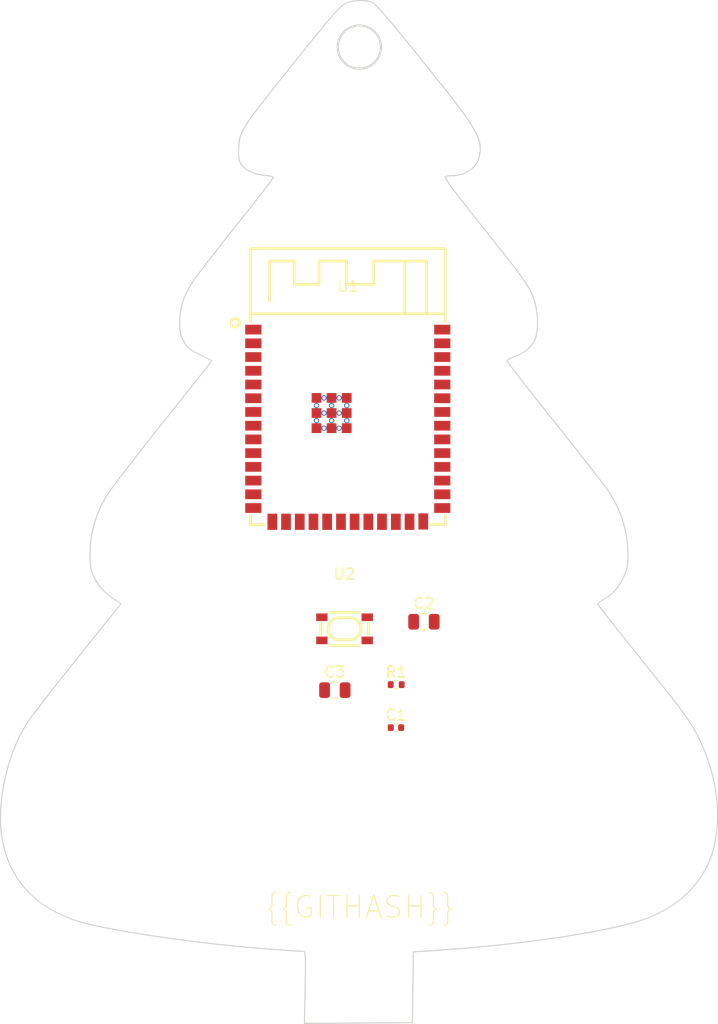
<source format=kicad_pcb>
(kicad_pcb (version 20221018) (generator pcbnew)
  (layers (0 "F.Cu" signal) (31 "B.Cu" signal) (34 "B.Paste" user) (35 "F.Paste" user) (36 "B.SilkS" user "B.Silkscreen") (37 "F.SilkS" user "F.Silkscreen") (38 "B.Mask" user) (39 "F.Mask" user) (44 "Edge.Cuts" user))
  (net 0 "")
  (net 1 "EN")
  (net 2 "IO4")
  (net 3 "IO5")
  (net 4 "IO6")
  (net 5 "IO7")
  (net 6 "IO15")
  (net 7 "IO16")
  (net 8 "IO17")
  (net 9 "IO18")
  (net 10 "IO8")
  (net 11 "IO3")
  (net 12 "IO46")
  (net 13 "IO9")
  (net 14 "IO10")
  (net 15 "IO11")
  (net 16 "IO12")
  (net 17 "IO13")
  (net 18 "IO14")
  (net 19 "IO21")
  (net 20 "IO47")
  (net 21 "IO48")
  (net 22 "IO45")
  (net 23 "IO0")
  (net 24 "IO35")
  (net 25 "IO36")
  (net 26 "IO37")
  (net 27 "IO38")
  (net 28 "RXD0")
  (net 29 "TXD0")
  (net 30 "IO2")
  (net 31 "IO1")
  (net 32 "gnd")
  (net 33 "vcc")
  (net 34 "dm")
  (net 35 "dp")
  (net 36 "tck")
  (net 37 "tdo")
  (net 38 "tdi")
  (net 39 "tms")
  (net 40 "vcc-2")
  (net 41 "gnd-2")
  (net 42 "vcc-3")
  (net 43 "gnd-3")
  (net 44 "vcc-1")
  (net 45 "gnd-1")
  (footprint "lib:C0805" (layer "F.Cu") (at 158.96 118.45)
    (fp_text reference "C3" (at 0 -1.68) (layer "F.SilkS"))
    (fp_text value "10.0 uF")
    (fp_line (start -0.261252 -0.735) (end 0.261252 -0.735) (stroke (width 0.12)) (layer "F.SilkS"))
    (fp_line (start -0.261252 0.735) (end 0.261252 0.735) (stroke (width 0.12)) (layer "F.SilkS"))
    (pad "1" smd roundrect (at -0.95 0) (size 1 1.45) (layers "F.Cu" "F.Paste" "F.Mask") (net 42 "vcc-3"))
    (pad "2" smd roundrect (at 0.95 0) (size 1 1.45) (layers "F.Cu" "F.Paste" "F.Mask") (net 43 "gnd-3"))
  )
  (footprint "lib:KEY-SMD_4P-L4.2-W3.2-P2.20-LS4.6" (layer "F.Cu") (at 159.86 112.775)
    (fp_text reference "U2" (at 0 -5.07) (layer "F.SilkS"))
    (fp_text value "")
    (fp_line (start -2.2 -0.54) (end -2.2 0.54) (stroke (width 0.25)) (layer "F.SilkS"))
    (fp_line (start -1.38 1.55) (end 1.38 1.55) (stroke (width 0.25)) (layer "F.SilkS"))
    (fp_line (start -0.51 -1.02) (end 0.51 -1.02) (stroke (width 0.25)) (layer "F.SilkS"))
    (fp_line (start -0.51 1.02) (end 0.51 1.02) (stroke (width 0.25)) (layer "F.SilkS"))
    (fp_line (start 1.37 -1.52) (end -1.37 -1.52) (stroke (width 0.25)) (layer "F.SilkS"))
    (fp_line (start 2.2 -0.54) (end 2.2 0.54) (stroke (width 0.25)) (layer "F.SilkS"))
    (fp_arc (start -0.51 1.02) (mid -1.53 0) (end -0.51 -1.02) (stroke (width 0.25)) (layer "F.SilkS"))
    (fp_arc (start 0.51 -1.02) (mid 1.53 0) (end 0.51 1.02) (stroke (width 0.25)) (layer "F.SilkS"))
    (pad "1" smd rect (at -2.1 -1.07) (size 1.05 0.7) (layers "F.Cu" "F.Paste" "F.Mask") (net 1 "EN"))
    (pad "2" smd rect (at 2.1 -1.07) (size 1.05 0.7) (layers "F.Cu" "F.Paste" "F.Mask") (net 1 "EN"))
    (pad "3" smd rect (at -2.1 1.07) (size 1.05 0.7) (layers "F.Cu" "F.Paste" "F.Mask") (net 32 "gnd"))
    (pad "4" smd rect (at 2.1 1.07) (size 1.05 0.7) (layers "F.Cu" "F.Paste" "F.Mask") (net 32 "gnd"))
  )
  (footprint "lib:WIRELM-SMD_ESP32-S3-WROOM-1" (layer "F.Cu") (at 160.16 93.98)
    (fp_text reference "U1" (at 0 -12.89) (layer "F.SilkS"))
    (fp_text value "")
    (fp_line (start -9 -16.39) (end -9 -9.57) (stroke (width 0.25)) (layer "F.SilkS"))
    (fp_line (start -9 -10.35) (end 9.02 -10.35) (stroke (width 0.25)) (layer "F.SilkS"))
    (fp_line (start -9 8.3) (end -9 9.15) (stroke (width 0.25)) (layer "F.SilkS"))
    (fp_line (start -9 9.15) (end -7.67 9.15) (stroke (width 0.25)) (layer "F.SilkS"))
    (fp_line (start -7.24 -15.23) (end -7.24 -11.55) (stroke (width 0.25)) (layer "F.SilkS"))
    (fp_line (start -4.95 -15.23) (end -7.24 -15.23) (stroke (width 0.25)) (layer "F.SilkS"))
    (fp_line (start -4.95 -13.08) (end -4.95 -15.23) (stroke (width 0.25)) (layer "F.SilkS"))
    (fp_line (start -2.67 -15.23) (end -2.67 -13.08) (stroke (width 0.25)) (layer "F.SilkS"))
    (fp_line (start -2.67 -13.08) (end -4.95 -13.08) (stroke (width 0.25)) (layer "F.SilkS"))
    (fp_line (start -0.13 -15.23) (end -2.67 -15.23) (stroke (width 0.25)) (layer "F.SilkS"))
    (fp_line (start -0.13 -13.08) (end -0.13 -15.23) (stroke (width 0.25)) (layer "F.SilkS"))
    (fp_line (start 2.41 -15.23) (end 2.41 -13.08) (stroke (width 0.25)) (layer "F.SilkS"))
    (fp_line (start 2.41 -13.08) (end -0.13 -13.08) (stroke (width 0.25)) (layer "F.SilkS"))
    (fp_line (start 5.27 -15.23) (end 2.41 -15.23) (stroke (width 0.25)) (layer "F.SilkS"))
    (fp_line (start 5.27 -10.35) (end 5.27 -15.23) (stroke (width 0.25)) (layer "F.SilkS"))
    (fp_line (start 7.3 -15.23) (end 5.06 -15.23) (stroke (width 0.25)) (layer "F.SilkS"))
    (fp_line (start 7.3 -10.35) (end 7.3 -15.23) (stroke (width 0.25)) (layer "F.SilkS"))
    (fp_line (start 7.67 9.15) (end 9.02 9.15) (stroke (width 0.25)) (layer "F.SilkS"))
    (fp_line (start 9 -16.39) (end -9 -16.39) (stroke (width 0.25)) (layer "F.SilkS"))
    (fp_line (start 9.02 -9.57) (end 9.02 -16.38) (stroke (width 0.25)) (layer "F.SilkS"))
    (fp_line (start 9.02 9.15) (end 9.02 8.3) (stroke (width 0.25)) (layer "F.SilkS"))
    (fp_circle (center -10.41 -9.52) (end -10.01 -9.52) (stroke (width 0.25)) (fill none) (layer "F.SilkS"))
    (pad "" thru_hole circle (at -2.9 -1.87) (size 0.5 0.5) (drill 0.3) (layers "*.Cu" "*.Paste" "*.Mask"))
    (pad "" thru_hole circle (at -2.9 -0.47) (size 0.5 0.5) (drill 0.3) (layers "*.Cu" "*.Paste" "*.Mask"))
    (pad "" thru_hole circle (at -2.2 -2.57) (size 0.5 0.5) (drill 0.3) (layers "*.Cu" "*.Paste" "*.Mask"))
    (pad "" thru_hole circle (at -2.2 -1.17) (size 0.5 0.5) (drill 0.3) (layers "*.Cu" "*.Paste" "*.Mask"))
    (pad "" thru_hole circle (at -2.2 0.23) (size 0.5 0.5) (drill 0.3) (layers "*.Cu" "*.Paste" "*.Mask"))
    (pad "" thru_hole circle (at -1.5 -1.87) (size 0.5 0.5) (drill 0.3) (layers "*.Cu" "*.Paste" "*.Mask"))
    (pad "" thru_hole circle (at -1.5 -0.47) (size 0.5 0.5) (drill 0.3) (layers "*.Cu" "*.Paste" "*.Mask"))
    (pad "" thru_hole circle (at -0.8 -2.57) (size 0.5 0.5) (drill 0.3) (layers "*.Cu" "*.Paste" "*.Mask"))
    (pad "" thru_hole circle (at -0.8 -1.17) (size 0.5 0.5) (drill 0.3) (layers "*.Cu" "*.Paste" "*.Mask"))
    (pad "" thru_hole circle (at -0.8 0.23) (size 0.5 0.5) (drill 0.3) (layers "*.Cu" "*.Paste" "*.Mask"))
    (pad "" thru_hole circle (at -0.1 -1.87) (size 0.5 0.5) (drill 0.3) (layers "*.Cu" "*.Paste" "*.Mask"))
    (pad "" thru_hole circle (at -0.1 -0.47) (size 0.5 0.5) (drill 0.3) (layers "*.Cu" "*.Paste" "*.Mask"))
    (pad "1" smd rect (at -8.75 -8.89) (size 1.5 0.9) (layers "F.Cu" "F.Paste" "F.Mask") (net 32 "gnd"))
    (pad "2" smd rect (at -8.75 -7.62) (size 1.5 0.9) (layers "F.Cu" "F.Paste" "F.Mask") (net 33 "vcc"))
    (pad "3" smd rect (at -8.75 -6.35) (size 1.5 0.9) (layers "F.Cu" "F.Paste" "F.Mask") (net 1 "EN"))
    (pad "4" smd rect (at -8.75 -5.08) (size 1.5 0.9) (layers "F.Cu" "F.Paste" "F.Mask") (net 2 "IO4"))
    (pad "5" smd rect (at -8.75 -3.81) (size 1.5 0.9) (layers "F.Cu" "F.Paste" "F.Mask") (net 3 "IO5"))
    (pad "6" smd rect (at -8.75 -2.54) (size 1.5 0.9) (layers "F.Cu" "F.Paste" "F.Mask") (net 4 "IO6"))
    (pad "7" smd rect (at -8.75 -1.27) (size 1.5 0.9) (layers "F.Cu" "F.Paste" "F.Mask") (net 5 "IO7"))
    (pad "8" smd rect (at -8.75 0) (size 1.5 0.9) (layers "F.Cu" "F.Paste" "F.Mask") (net 6 "IO15"))
    (pad "9" smd rect (at -8.75 1.27) (size 1.5 0.9) (layers "F.Cu" "F.Paste" "F.Mask") (net 7 "IO16"))
    (pad "10" smd rect (at -8.75 2.54) (size 1.5 0.9) (layers "F.Cu" "F.Paste" "F.Mask") (net 8 "IO17"))
    (pad "11" smd rect (at -8.75 3.81) (size 1.5 0.9) (layers "F.Cu" "F.Paste" "F.Mask") (net 9 "IO18"))
    (pad "12" smd rect (at -8.75 5.08) (size 1.5 0.9) (layers "F.Cu" "F.Paste" "F.Mask") (net 10 "IO8"))
    (pad "13" smd rect (at -8.75 6.35) (size 1.5 0.9) (layers "F.Cu" "F.Paste" "F.Mask") (net 34 "dm"))
    (pad "14" smd rect (at -8.75 7.62) (size 1.5 0.9) (layers "F.Cu" "F.Paste" "F.Mask") (net 35 "dp"))
    (pad "15" smd rect (at -6.99 8.89 90) (size 1.5 0.9) (layers "F.Cu" "F.Paste" "F.Mask") (net 11 "IO3"))
    (pad "16" smd rect (at -5.72 8.89 90) (size 1.5 0.9) (layers "F.Cu" "F.Paste" "F.Mask") (net 12 "IO46"))
    (pad "17" smd rect (at -4.45 8.89 90) (size 1.5 0.9) (layers "F.Cu" "F.Paste" "F.Mask") (net 13 "IO9"))
    (pad "18" smd rect (at -3.18 8.89 90) (size 1.5 0.9) (layers "F.Cu" "F.Paste" "F.Mask") (net 14 "IO10"))
    (pad "19" smd rect (at -1.91 8.89 90) (size 1.5 0.9) (layers "F.Cu" "F.Paste" "F.Mask") (net 15 "IO11"))
    (pad "20" smd rect (at -0.63 8.89 90) (size 1.5 0.9) (layers "F.Cu" "F.Paste" "F.Mask") (net 16 "IO12"))
    (pad "21" smd rect (at 0.63 8.89 90) (size 1.5 0.9) (layers "F.Cu" "F.Paste" "F.Mask") (net 17 "IO13"))
    (pad "22" smd rect (at 1.9 8.89 90) (size 1.5 0.9) (layers "F.Cu" "F.Paste" "F.Mask") (net 18 "IO14"))
    (pad "23" smd rect (at 3.17 8.89 90) (size 1.5 0.9) (layers "F.Cu" "F.Paste" "F.Mask") (net 19 "IO21"))
    (pad "24" smd rect (at 4.45 8.89 90) (size 1.5 0.9) (layers "F.Cu" "F.Paste" "F.Mask") (net 20 "IO47"))
    (pad "25" smd rect (at 5.72 8.89 90) (size 1.5 0.9) (layers "F.Cu" "F.Paste" "F.Mask") (net 21 "IO48"))
    (pad "26" smd rect (at 6.99 8.86 90) (size 1.5 0.9) (layers "F.Cu" "F.Paste" "F.Mask") (net 22 "IO45"))
    (pad "27" smd rect (at 8.75 7.62 180) (size 1.5 0.9) (layers "F.Cu" "F.Paste" "F.Mask") (net 23 "IO0"))
    (pad "28" smd rect (at 8.75 6.35 180) (size 1.5 0.9) (layers "F.Cu" "F.Paste" "F.Mask") (net 24 "IO35"))
    (pad "29" smd rect (at 8.75 5.08 180) (size 1.5 0.9) (layers "F.Cu" "F.Paste" "F.Mask") (net 25 "IO36"))
    (pad "30" smd rect (at 8.75 3.81 180) (size 1.5 0.9) (layers "F.Cu" "F.Paste" "F.Mask") (net 26 "IO37"))
    (pad "31" smd rect (at 8.75 2.54 180) (size 1.5 0.9) (layers "F.Cu" "F.Paste" "F.Mask") (net 27 "IO38"))
    (pad "32" smd rect (at 8.75 1.27 180) (size 1.5 0.9) (layers "F.Cu" "F.Paste" "F.Mask") (net 36 "tck"))
    (pad "33" smd rect (at 8.75 0 180) (size 1.5 0.9) (layers "F.Cu" "F.Paste" "F.Mask") (net 37 "tdo"))
    (pad "34" smd rect (at 8.75 -1.27 180) (size 1.5 0.9) (layers "F.Cu" "F.Paste" "F.Mask") (net 38 "tdi"))
    (pad "35" smd rect (at 8.75 -2.54 180) (size 1.5 0.9) (layers "F.Cu" "F.Paste" "F.Mask") (net 39 "tms"))
    (pad "36" smd rect (at 8.75 -3.81 180) (size 1.5 0.9) (layers "F.Cu" "F.Paste" "F.Mask") (net 28 "RXD0"))
    (pad "37" smd rect (at 8.75 -5.08 180) (size 1.5 0.9) (layers "F.Cu" "F.Paste" "F.Mask") (net 29 "TXD0"))
    (pad "38" smd rect (at 8.75 -6.35 180) (size 1.5 0.9) (layers "F.Cu" "F.Paste" "F.Mask") (net 30 "IO2"))
    (pad "39" smd rect (at 8.75 -7.62 180) (size 1.5 0.9) (layers "F.Cu" "F.Paste" "F.Mask") (net 31 "IO1"))
    (pad "40" smd rect (at 8.75 -8.89 180) (size 1.5 0.9) (layers "F.Cu" "F.Paste" "F.Mask") (net 32 "gnd"))
    (pad "41" smd rect (at -2.9 -2.57 90) (size 0.9 0.9) (layers "F.Cu" "F.Paste" "F.Mask") (net 32 "gnd"))
    (pad "41" smd rect (at -2.9 -1.17 90) (size 0.9 0.9) (layers "F.Cu" "F.Paste" "F.Mask") (net 32 "gnd"))
    (pad "41" smd rect (at -2.9 0.23 90) (size 0.9 0.9) (layers "F.Cu" "F.Paste" "F.Mask") (net 32 "gnd"))
    (pad "41" smd rect (at -1.5 -2.57 90) (size 0.9 0.9) (layers "F.Cu" "F.Paste" "F.Mask") (net 32 "gnd"))
    (pad "41" smd rect (at -1.5 -1.17 90) (size 0.9 0.9) (layers "F.Cu" "F.Paste" "F.Mask") (net 32 "gnd"))
    (pad "41" smd rect (at -1.5 0.23 90) (size 0.9 0.9) (layers "F.Cu" "F.Paste" "F.Mask") (net 32 "gnd"))
    (pad "41" smd rect (at -0.1 -2.57 90) (size 0.9 0.9) (layers "F.Cu" "F.Paste" "F.Mask") (net 32 "gnd"))
    (pad "41" smd rect (at -0.1 -1.17 90) (size 0.9 0.9) (layers "F.Cu" "F.Paste" "F.Mask") (net 32 "gnd"))
    (pad "41" smd rect (at -0.1 0.23 90) (size 0.9 0.9) (layers "F.Cu" "F.Paste" "F.Mask") (net 32 "gnd"))
  )
  (footprint "lib:R0402" (layer "F.Cu") (at 164.64 117.94)
    (fp_text reference "R1" (at 0 -1.17) (layer "F.SilkS"))
    (fp_text value "8.2 KΩ")
    (fp_line (start -0.153641 -0.38) (end 0.153641 -0.38) (stroke (width 0.12)) (layer "F.SilkS"))
    (fp_line (start -0.153641 0.38) (end 0.153641 0.38) (stroke (width 0.12)) (layer "F.SilkS"))
    (pad "1" smd roundrect (at -0.51 0) (size 0.54 0.64) (layers "F.Cu" "F.Paste" "F.Mask") (net 33 "vcc"))
    (pad "2" smd roundrect (at 0.51 0) (size 0.54 0.64) (layers "F.Cu" "F.Paste" "F.Mask") (net 1 "EN"))
  )
  (footprint "lib:C0805" (layer "F.Cu") (at 167.21 112.12)
    (fp_text reference "C2" (at 0 -1.68) (layer "F.SilkS"))
    (fp_text value "10.0 uF")
    (fp_line (start -0.261252 -0.735) (end 0.261252 -0.735) (stroke (width 0.12)) (layer "F.SilkS"))
    (fp_line (start -0.261252 0.735) (end 0.261252 0.735) (stroke (width 0.12)) (layer "F.SilkS"))
    (pad "1" smd roundrect (at -0.95 0) (size 1 1.45) (layers "F.Cu" "F.Paste" "F.Mask") (net 40 "vcc-2"))
    (pad "2" smd roundrect (at 0.95 0) (size 1 1.45) (layers "F.Cu" "F.Paste" "F.Mask") (net 41 "gnd-2"))
  )
  (footprint "lib:C0402" (layer "F.Cu") (at 164.62 121.92)
    (fp_text reference "C1" (at 0 -1.16) (layer "F.SilkS"))
    (fp_text value "100.0 nF")
    (fp_line (start -0.107836 -0.36) (end 0.107836 -0.36) (stroke (width 0.12)) (layer "F.SilkS"))
    (fp_line (start -0.107836 0.36) (end 0.107836 0.36) (stroke (width 0.12)) (layer "F.SilkS"))
    (pad "1" smd roundrect (at -0.48 0) (size 0.56 0.62) (layers "F.Cu" "F.Paste" "F.Mask") (net 44 "vcc-1"))
    (pad "2" smd roundrect (at 0.48 0) (size 0.56 0.62) (layers "F.Cu" "F.Paste" "F.Mask") (net 45 "gnd-1"))
  )
  (gr_circle (center 161.229974 58.946031) (end 163.229974 58.946031) (stroke (width 0.2)) (fill none) (layer "Edge.Cuts"))
  (gr_poly (pts (xy 161.429183 54.643361) (xy 161.588699 54.648976) (xy 161.743405 54.660128) (xy 161.8913 54.67685) (xy 162.030385 54.699174) (xy 162.158659 54.727132) (xy 162.274122 54.760758) (xy 162.374774 54.800082) (xy 162.418214 54.822065) (xy 162.465501 54.850416) (xy 162.517128 54.885713) (xy 162.573587 54.928531) (xy 162.702967 55.039035) (xy 162.857578 55.186538) (xy 163.041357 55.37565) (xy 163.258241 55.610981) (xy 163.512165 55.897139) (xy 163.807067 56.238735) (xy 164.146884 56.640378) (xy 164.53555 57.106678) (xy 164.977005 57.642244) (xy 165.475183 58.251687) (xy 166.657456 59.710639) (xy 168.113864 61.520411) (xy 169.490282 63.25197) (xy 170.562092 64.650979) (xy 170.993296 65.243203) (xy 171.359779 65.7732) (xy 171.665351 66.247941) (xy 171.913823 66.674396) (xy 172.109006 67.059535) (xy 172.254708 67.41033) (xy 172.354741 67.733749) (xy 172.412915 68.036764) (xy 172.433041 68.326344) (xy 172.418927 68.609461) (xy 172.374385 68.893084) (xy 172.303226 69.184183) (xy 172.274597 69.278158) (xy 172.242 69.369887) (xy 172.205507 69.459324) (xy 172.165188 69.546423) (xy 172.121114 69.631137) (xy 172.073357 69.713419) (xy 172.021987 69.793223) (xy 171.967076 69.870502) (xy 171.908694 69.945208) (xy 171.846914 70.017296) (xy 171.781806 70.08672) (xy 171.71344 70.153431) (xy 171.641889 70.217383) (xy 171.567223 70.278531) (xy 171.489513 70.336826) (xy 171.408831 70.392223) (xy 171.325247 70.444674) (xy 171.238833 70.494134) (xy 171.14966 70.540554) (xy 171.057799 70.58389) (xy 170.96332 70.624093) (xy 170.866295 70.661118) (xy 170.766796 70.694917) (xy 170.664893 70.725444) (xy 170.560657 70.752652) (xy 170.45416 70.776495) (xy 170.345472 70.796926) (xy 170.234664 70.813898) (xy 170.121809 70.827364) (xy 170.006976 70.837278) (xy 169.890237 70.843593) (xy 169.771663 70.846262) (xy 169.726607 70.847177) (xy 169.681188 70.849133) (xy 169.590479 70.855957) (xy 169.501974 70.8663) (xy 169.418107 70.879728) (xy 169.378675 70.887463) (xy 169.341315 70.895806) (xy 169.306334 70.904703) (xy 169.274034 70.9141) (xy 169.244721 70.923942) (xy 169.218699 70.934176) (xy 169.196272 70.944746) (xy 169.177745 70.955599) (xy 169.171643 70.965792) (xy 169.172154 70.983757) (xy 169.17922 71.009417) (xy 169.192785 71.042693) (xy 169.239181 71.131786) (xy 169.310885 71.250417) (xy 169.407439 71.397965) (xy 169.528385 71.573811) (xy 169.673265 71.777334) (xy 169.841623 72.007915) (xy 170.246938 72.547768) (xy 170.740668 73.18841) (xy 171.319154 73.924882) (xy 171.978732 74.752222) (xy 174.641332 78.093405) (xy 175.537111 79.246786) (xy 176.200008 80.134787) (xy 176.673118 80.816979) (xy 176.99954 81.352933) (xy 177.222371 81.802218) (xy 177.384708 82.224406) (xy 177.462833 82.472098) (xy 177.531331 82.72855) (xy 177.59016 82.991701) (xy 177.639284 83.259489) (xy 177.678662 83.529854) (xy 177.708257 83.800735) (xy 177.728028 84.070071) (xy 177.737937 84.335802) (xy 177.737946 84.595867) (xy 177.728014 84.848205) (xy 177.708104 85.090755) (xy 177.678176 85.321456) (xy 177.638191 85.538248) (xy 177.588111 85.739069) (xy 177.527896 85.92186) (xy 177.457507 86.084559) (xy 177.391656 86.207668) (xy 177.318059 86.327563) (xy 177.236853 86.444134) (xy 177.148173 86.557272) (xy 177.052156 86.666869) (xy 176.948938 86.772814) (xy 176.838657 86.874999) (xy 176.721448 86.973315) (xy 176.597448 87.067652) (xy 176.466794 87.157903) (xy 176.32962 87.243956) (xy 176.186065 87.325705) (xy 176.036265 87.403039) (xy 175.880355 87.475849) (xy 175.718473 87.544027) (xy 175.550754 87.607462) (xy 175.482045 87.632835) (xy 175.415483 87.658969) (xy 175.351405 87.685667) (xy 175.290146 87.712731) (xy 175.23204 87.739963) (xy 175.177423 87.767164) (xy 175.126631 87.794136) (xy 175.079997 87.820681) (xy 175.037859 87.846601) (xy 175.00055 87.871698) (xy 174.968407 87.895773) (xy 174.941764 87.918629) (xy 174.920956 87.940066) (xy 174.90632 87.959888) (xy 174.898189 87.977896) (xy 174.896668 87.986157) (xy 174.8969 87.993891) (xy 174.922027 88.037315) (xy 174.991394 88.135797) (xy 175.25375 88.486297) (xy 176.209258 89.720013) (xy 177.617844 91.508896) (xy 179.333926 93.666804) (xy 181.092323 95.879526) (xy 182.616098 97.817656) (xy 183.742073 99.272256) (xy 184.307071 100.034388) (xy 184.515284 100.360502) (xy 184.7117 100.694247) (xy 184.896111 101.034954) (xy 185.068309 101.381957) (xy 185.228084 101.734588) (xy 185.375229 102.092181) (xy 185.509535 102.454068) (xy 185.630794 102.819582) (xy 185.738797 103.188056) (xy 185.833335 103.558822) (xy 185.914201 103.931214) (xy 185.981186 104.304563) (xy 186.034081 104.678204) (xy 186.072678 105.051468) (xy 186.096768 105.423689) (xy 186.106143 105.794199) (xy 186.105091 106.172735) (xy 186.095928 106.491761) (xy 186.087599 106.633067) (xy 186.076394 106.764426) (xy 186.062032 106.887483) (xy 186.044229 107.003882) (xy 186.022703 107.115265) (xy 185.997171 107.223277) (xy 185.967351 107.329562) (xy 185.932961 107.435763) (xy 185.893716 107.543524) (xy 185.849336 107.654488) (xy 185.744037 107.892603) (xy 185.654537 108.079442) (xy 185.563285 108.257402) (xy 185.469989 108.426825) (xy 185.374358 108.588053) (xy 185.276102 108.741425) (xy 185.174928 108.887283) (xy 185.070547 109.025968) (xy 184.962667 109.15782) (xy 184.850997 109.283181) (xy 184.735246 109.402392) (xy 184.615122 109.515794) (xy 184.490336 109.623727) (xy 184.360596 109.726532) (xy 184.22561 109.824551) (xy 184.085088 109.918125) (xy 183.938739 110.007593) (xy 183.810996 110.084401) (xy 183.691836 110.159793) (xy 183.583867 110.231854) (xy 183.489696 110.298666) (xy 183.41193 110.358313) (xy 183.380014 110.384851) (xy 183.353176 110.408878) (xy 183.331744 110.430155) (xy 183.316042 110.448443) (xy 183.306397 110.463502) (xy 183.303947 110.469746) (xy 183.303134 110.475092) (xy 183.318272 110.503511) (xy 183.362609 110.567965) (xy 183.532916 110.797359) (xy 183.802115 111.148045) (xy 184.158269 111.604794) (xy 185.08369 112.775559) (xy 186.213672 114.187815) (xy 189.362188 118.120691) (xy 190.402126 119.447898) (xy 191.169656 120.462983) (xy 191.727633 121.251467) (xy 192.13891 121.898876) (xy 192.466342 122.490732) (xy 192.772785 123.112559) (xy 193.051147 123.726705) (xy 193.303988 124.346147) (xy 193.531154 124.969731) (xy 193.732492 125.596305) (xy 193.907848 126.224716) (xy 194.05707 126.853811) (xy 194.180003 127.482437) (xy 194.276494 128.109442) (xy 194.346391 128.733673) (xy 194.389538 129.353977) (xy 194.405784 129.969202) (xy 194.394974 130.578194) (xy 194.356955 131.1798) (xy 194.291575 131.772869) (xy 194.198678 132.356247) (xy 194.078113 132.928782) (xy 193.929544 133.476781) (xy 193.74781 134.009233) (xy 193.533455 134.525547) (xy 193.287022 135.025131) (xy 193.009057 135.507395) (xy 192.700103 135.971748) (xy 192.360704 136.4176) (xy 191.991405 136.844359) (xy 191.592749 137.251434) (xy 191.165282 137.638235) (xy 190.709547 138.004171) (xy 190.226087 138.348651) (xy 189.715449 138.671084) (xy 189.178175 138.970879) (xy 188.61481 139.247446) (xy 188.025897 139.500193) (xy 187.387382 139.730873) (xy 186.62691 139.962173) (xy 185.752713 140.192844) (xy 184.773022 140.421641) (xy 182.530085 140.868622) (xy 179.96395 141.293139) (xy 177.140466 141.685214) (xy 174.125485 142.034872) (xy 170.984858 142.332135) (xy 167.784435 142.567026) (xy 166.231372 142.664027) (xy 166.19247 145.936793) (xy 166.153667 149.209559) (xy 161.14812 149.247553) (xy 156.142551 149.285548) (xy 156.211231 145.955256) (xy 156.23825 144.264273) (xy 156.238691 143.682086) (xy 156.22939 143.24944) (xy 156.209575 142.946836) (xy 156.195482 142.838207) (xy 156.178471 142.754778) (xy 156.158445 142.69411) (xy 156.135307 142.653767) (xy 156.108961 142.631312) (xy 156.079311 142.624308) (xy 155.214992 142.57575) (xy 153.588337 142.458798) (xy 151.746032 142.31468) (xy 150.23476 142.184626) (xy 147.951424 141.950142) (xy 145.645248 141.676286) (xy 143.382545 141.373503) (xy 141.229626 141.052239) (xy 139.252805 140.722941) (xy 137.518395 140.396054) (xy 136.092708 140.082025) (xy 135.042056 139.7913) (xy 134.381421 139.556594) (xy 133.752014 139.295735) (xy 133.153989 139.00888) (xy 132.587501 138.696185) (xy 132.052705 138.357807) (xy 131.549756 137.993902) (xy 131.078809 137.604627) (xy 130.64002 137.190138) (xy 130.233542 136.750592) (xy 129.859531 136.286146) (xy 129.518141 135.796955) (xy 129.209529 135.283176) (xy 128.933847 134.744967) (xy 128.691252 134.182482) (xy 128.481899 133.59588) (xy 128.305942 132.985316) (xy 128.169056 132.349397) (xy 128.072975 131.677754) (xy 128.016707 130.975694) (xy 127.999256 130.248525) (xy 128.019631 129.501555) (xy 128.076838 128.740093) (xy 128.169883 127.969445) (xy 128.297773 127.19492) (xy 128.459515 126.421826) (xy 128.654115 125.65547) (xy 128.880581 124.901161) (xy 129.137918 124.164206) (xy 129.425134 123.449914) (xy 129.741235 122.763591) (xy 130.085228 122.110547) (xy 130.456119 121.496088) (xy 130.678839 121.176405) (xy 131.044408 120.681658) (xy 131.533542 120.036727) (xy 132.126955 119.266491) (xy 133.549488 117.449628) (xy 135.157733 115.430109) (xy 139.156955 110.449519) (xy 138.361812 109.926661) (xy 138.191303 109.808793) (xy 138.024907 109.682349) (xy 137.863136 109.547997) (xy 137.706502 109.406407) (xy 137.555518 109.258246) (xy 137.410696 109.104183) (xy 137.27255 108.944887) (xy 137.141591 108.781027) (xy 137.018333 108.613271) (xy 136.903287 108.442289) (xy 136.796967 108.268748) (xy 136.699885 108.093317) (xy 136.612554 107.916666) (xy 136.535485 107.739462) (xy 136.469192 107.562375) (xy 136.414188 107.386072) (xy 136.393025 107.303561) (xy 136.373683 107.213821) (xy 136.356172 107.117074) (xy 136.340506 107.013541) (xy 136.326696 106.903442) (xy 136.314755 106.786999) (xy 136.296527 106.535963) (xy 136.28592 106.262201) (xy 136.28303 105.96748) (xy 136.287955 105.653567) (xy 136.300792 105.32223) (xy 136.322244 104.998512) (xy 136.354436 104.675622) (xy 136.397314 104.353731) (xy 136.450821 104.033012) (xy 136.514903 103.713637) (xy 136.589505 103.395777) (xy 136.67457 103.079605) (xy 136.770045 102.765293) (xy 136.875873 102.453014) (xy 136.991999 102.142939) (xy 137.118369 101.83524) (xy 137.254926 101.53009) (xy 137.401615 101.227661) (xy 137.558383 100.928125) (xy 137.725172 100.631653) (xy 137.901927 100.338419) (xy 138.126212 100.011097) (xy 138.51292 99.483877) (xy 139.040899 98.784161) (xy 139.688993 97.939352) (xy 141.260913 95.92407) (xy 143.059451 93.657252) (xy 146.236175 89.672407) (xy 147.202546 88.449633) (xy 147.557468 87.987986) (xy 147.556054 87.984938) (xy 147.551858 87.980582) (xy 147.535398 87.968089) (xy 147.508643 87.9508) (xy 147.472146 87.929003) (xy 147.372145 87.873051) (xy 147.239832 87.802557) (xy 147.079641 87.719846) (xy 146.896006 87.62724) (xy 146.693363 87.527063) (xy 146.476146 87.421641) (xy 146.164445 87.267635) (xy 146.029652 87.197126) (xy 145.907363 87.129704) (xy 145.796428 87.064435) (xy 145.695696 87.000386) (xy 145.604016 86.936623) (xy 145.520238 86.872216) (xy 145.443212 86.806229) (xy 145.371787 86.737731) (xy 145.304812 86.665788) (xy 145.241137 86.589467) (xy 145.179611 86.507836) (xy 145.119084 86.419962) (xy 145.058406 86.324911) (xy 144.996425 86.221751) (xy 144.936178 86.116882) (xy 144.882127 86.017884) (xy 144.833953 85.923336) (xy 144.791331 85.831816) (xy 144.753942 85.741904) (xy 144.721463 85.652177) (xy 144.693573 85.561215) (xy 144.669949 85.467596) (xy 144.65027 85.3699) (xy 144.634215 85.266704) (xy 144.621462 85.156587) (xy 144.611688 85.038128) (xy 144.604572 84.909906) (xy 144.599793 84.7705) (xy 144.597029 84.618488) (xy 144.595958 84.452448) (xy 144.599628 84.195279) (xy 144.611925 83.944089) (xy 144.633095 83.698112) (xy 144.663381 83.456583) (xy 144.703029 83.218738) (xy 144.752282 82.983811) (xy 144.811387 82.751037) (xy 144.880586 82.519652) (xy 144.960125 82.28889) (xy 145.050249 82.057986) (xy 145.151202 81.826176) (xy 145.26323 81.592694) (xy 145.386575 81.356776) (xy 145.521483 81.117655) (xy 145.6682 80.874568) (xy 145.826969 80.626749) (xy 146.032392 80.333611) (xy 146.358724 79.892071) (xy 147.30702 78.650511) (xy 148.537667 77.075522) (xy 149.916477 75.340556) (xy 151.237226 73.678901) (xy 152.309769 72.303534) (xy 153.024068 71.357417) (xy 153.212489 71.090004) (xy 153.258499 71.015527) (xy 153.270084 70.983515) (xy 153.265966 70.978423) (xy 153.259854 70.973183) (xy 153.251803 70.967809) (xy 153.241867 70.96231) (xy 153.216558 70.950987) (xy 153.184364 70.939307) (xy 153.14572 70.927361) (xy 153.101062 70.915241) (xy 153.050827 70.903038) (xy 152.995449 70.890845) (xy 152.935366 70.878753) (xy 152.871013 70.866854) (xy 152.802825 70.855239) (xy 152.73124 70.844002) (xy 152.656692 70.833232) (xy 152.579618 70.823023) (xy 152.500454 70.813465) (xy 152.419635 70.804652) (xy 152.231149 70.781807) (xy 152.048915 70.752885) (xy 151.873161 70.717993) (xy 151.704112 70.677241) (xy 151.541996 70.63074) (xy 151.387039 70.578598) (xy 151.239467 70.520925) (xy 151.099507 70.457831) (xy 150.967385 70.389425) (xy 150.843329 70.315816) (xy 150.727564 70.237115) (xy 150.620318 70.153431) (xy 150.521817 70.064872) (xy 150.432287 69.97155) (xy 150.351955 69.873574) (xy 150.281047 69.771052) (xy 150.239903 69.703254) (xy 150.203083 69.636552) (xy 150.170436 69.569895) (xy 150.141808 69.502228) (xy 150.117043 69.432499) (xy 150.095989 69.359654) (xy 150.078492 69.282642) (xy 150.064398 69.200408) (xy 150.053553 69.111901) (xy 150.045804 69.016066) (xy 150.040997 68.911851) (xy 150.038978 68.798203) (xy 150.039593 68.674069) (xy 150.042688 68.538396) (xy 150.04811 68.39013) (xy 150.055705 68.22822) (xy 150.072415 67.962758) (xy 150.098332 67.715002) (xy 150.116664 67.59479) (xy 150.139604 67.475438) (xy 150.16792 67.355755) (xy 150.202381 67.234552) (xy 150.243756 67.110641) (xy 150.292814 66.982832) (xy 150.350322 66.849936) (xy 150.41705 66.710763) (xy 150.493766 66.564125) (xy 150.58124 66.408832) (xy 150.680239 66.243695) (xy 150.791532 66.067525) (xy 150.915888 65.879133) (xy 151.054076 65.677329) (xy 151.375022 65.228731) (xy 151.760519 64.712216) (xy 152.216716 64.11827) (xy 152.749763 63.437382) (xy 153.365808 62.660036) (xy 154.871494 60.777918) (xy 157.351611 57.70227) (xy 158.182147 56.694478) (xy 158.801918 55.969401) (xy 159.257611 55.474061) (xy 159.595914 55.15548) (xy 159.735634 55.045918) (xy 159.863513 54.960679) (xy 160.107097 54.83668) (xy 160.2199 54.793912) (xy 160.345893 54.756391) (xy 160.483077 54.724149) (xy 160.629452 54.697218) (xy 160.783018 54.67563) (xy 160.941774 54.659418) (xy 161.10372 54.648615) (xy 161.266857 54.643252)) (stroke (width 0.1)) (fill none) (layer "Edge.Cuts"))
  (gr_text "{{GITHASH}}" (at 152.4 139.7) (layer "F.SilkS") (effects (font (size 2 2) (thickness 0.1)) (justify left bottom)))
)
</source>
